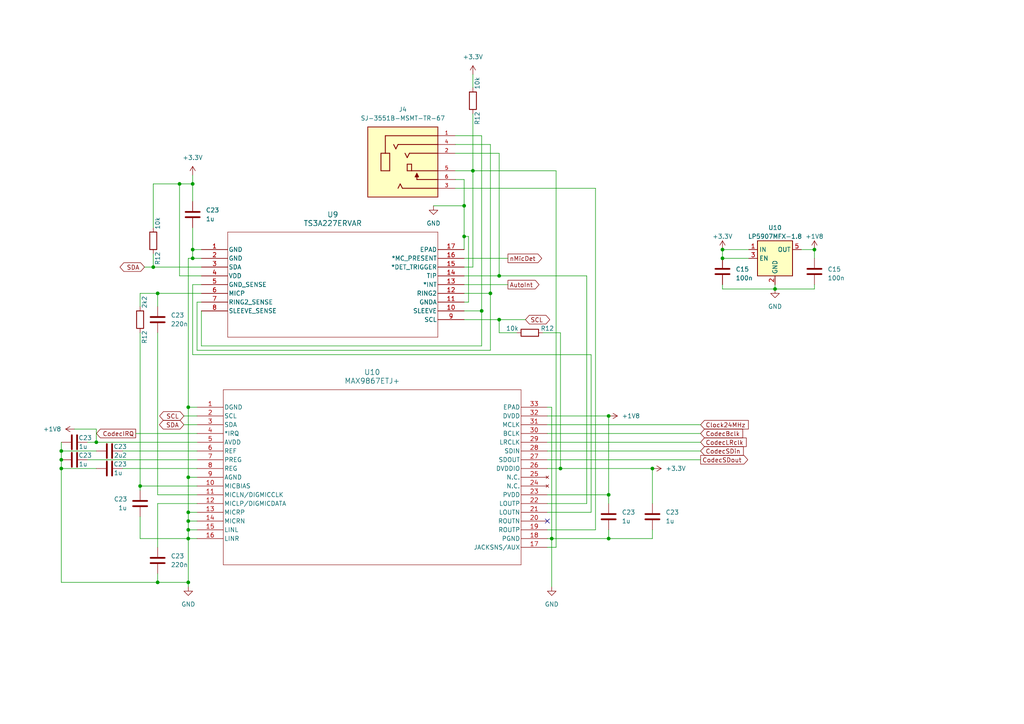
<source format=kicad_sch>
(kicad_sch (version 20230121) (generator eeschema)
  (paper "A4")
  (lib_symbols
    (symbol "Device:C" (pin_numbers hide) (pin_names (offset 0.254))
      (property "Reference" "C" (at 0.635 2.54 0))
      (property "Value" "C" (at 0.635 -2.54 0))
      (symbol "C_0_1"
        (polyline (pts (xy -2.032 -0.762) (xy 2.032 -0.762)) (stroke (width 0.508)))
        (polyline (pts (xy -2.032 0.762) (xy 2.032 0.762)) (stroke (width 0.508)))
      )
      (symbol "C_1_1"
        (pin passive line (at 0 3.81 270) (length 2.794) (name "~") (number "1"))
        (pin passive line (at 0 -3.81 90) (length 2.794) (name "~") (number "2"))
      )
    )
    (symbol "Device:R" (pin_numbers hide) (pin_names (offset 0))
      (property "Reference" "R" (at 2.032 0 90))
      (property "Value" "R" (at 0 0 90))
      (symbol "R_0_1"
        (rectangle (start -1.016 -2.54) (end 1.016 2.54) (stroke (width 0.254)))
      )
      (symbol "R_1_1"
        (pin passive line (at 0 3.81 270) (length 1.27) (name "~") (number "1"))
        (pin passive line (at 0 -3.81 90) (length 1.27) (name "~") (number "2"))
      )
    )
    (symbol "Regulator_Linear:LP5907MFX-1.8"
      (property "Reference" "U" (at -3.81 6.35 0))
      (property "Value" "LP5907MFX-1.8" (at 6.35 6.35 0))
      (symbol "LP5907MFX-1.8_0_1"
        (rectangle (start -5.08 -5.08) (end 5.08 5.08) (stroke (width 0.254)) (fill (type background)))
        (pin power_in line (at -7.62 2.54 0) (length 2.54) (name "IN") (number "1"))
        (pin power_in line (at 0 -7.62 90) (length 2.54) (name "GND") (number "2"))
        (pin input line (at -7.62 0 0) (length 2.54) (name "EN") (number "3"))
        (pin no_connect line (at 5.08 0 180) (length 2.54) hide (name "NC") (number "4"))
        (pin power_out line (at 7.62 2.54 180) (length 2.54) (name "OUT") (number "5"))
      )
    )
    (symbol "cpuAddOn:MAX9867ETJ+" (pin_names (offset 0.254))
      (property "Reference" "U" (at 50.8 10.16 0))
      (property "Value" "MAX9867ETJ+" (at 50.8 7.62 0))
      (symbol "MAX9867ETJ+_0_1"
        (polyline (pts (xy 7.62 -45.72) (xy 93.98 -45.72)) (stroke (width 0.127)))
        (polyline (pts (xy 7.62 5.08) (xy 7.62 -45.72)) (stroke (width 0.127)))
        (polyline (pts (xy 93.98 -45.72) (xy 93.98 5.08)) (stroke (width 0.127)))
        (polyline (pts (xy 93.98 5.08) (xy 7.62 5.08)) (stroke (width 0.127)))
        (pin power_in line (at 0 0 0) (length 7.62) (name "DGND") (number "1"))
        (pin unspecified line (at 0 -22.86 0) (length 7.62) (name "MICBIAS") (number "10"))
        (pin unspecified line (at 0 -25.4 0) (length 7.62) (name "MICLN/DIGMICCLK") (number "11"))
        (pin unspecified line (at 0 -27.94 0) (length 7.62) (name "MICLP/DIGMICDATA") (number "12"))
        (pin input line (at 0 -30.48 0) (length 7.62) (name "MICRP") (number "13"))
        (pin input line (at 0 -33.02 0) (length 7.62) (name "MICRN") (number "14"))
        (pin input line (at 0 -35.56 0) (length 7.62) (name "LINL") (number "15"))
        (pin input line (at 0 -38.1 0) (length 7.62) (name "LINR") (number "16"))
        (pin input line (at 101.6 -40.64 180) (length 7.62) (name "JACKSNS/AUX") (number "17"))
        (pin power_in line (at 101.6 -38.1 180) (length 7.62) (name "PGND") (number "18"))
        (pin output line (at 101.6 -35.56 180) (length 7.62) (name "ROUTP") (number "19"))
        (pin input line (at 0 -2.54 0) (length 7.62) (name "SCL") (number "2"))
        (pin output line (at 101.6 -33.02 180) (length 7.62) (name "ROUTN") (number "20"))
        (pin output line (at 101.6 -30.48 180) (length 7.62) (name "LOUTN") (number "21"))
        (pin output line (at 101.6 -27.94 180) (length 7.62) (name "LOUTP") (number "22"))
        (pin power_in line (at 101.6 -25.4 180) (length 7.62) (name "PVDD") (number "23"))
        (pin no_connect line (at 101.6 -22.86 180) (length 7.62) (name "N.C.") (number "24"))
        (pin no_connect line (at 101.6 -20.32 180) (length 7.62) (name "N.C.") (number "25"))
        (pin power_in line (at 101.6 -17.78 180) (length 7.62) (name "DVDDIO") (number "26"))
        (pin output line (at 101.6 -15.24 180) (length 7.62) (name "SDOUT") (number "27"))
        (pin input line (at 101.6 -12.7 180) (length 7.62) (name "SDIN") (number "28"))
        (pin bidirectional line (at 101.6 -10.16 180) (length 7.62) (name "LRCLK") (number "29"))
        (pin bidirectional line (at 0 -5.08 0) (length 7.62) (name "SDA") (number "3"))
        (pin bidirectional line (at 101.6 -7.62 180) (length 7.62) (name "BCLK") (number "30"))
        (pin input line (at 101.6 -5.08 180) (length 7.62) (name "MCLK") (number "31"))
        (pin power_in line (at 101.6 -2.54 180) (length 7.62) (name "DVDD") (number "32"))
        (pin unspecified line (at 101.6 0 180) (length 7.62) (name "EPAD") (number "33"))
        (pin output line (at 0 -7.62 0) (length 7.62) (name "*IRQ") (number "4"))
        (pin power_in line (at 0 -10.16 0) (length 7.62) (name "AVDD") (number "5"))
        (pin unspecified line (at 0 -12.7 0) (length 7.62) (name "REF") (number "6"))
        (pin unspecified line (at 0 -15.24 0) (length 7.62) (name "PREG") (number "7"))
        (pin unspecified line (at 0 -17.78 0) (length 7.62) (name "REG") (number "8"))
        (pin power_in line (at 0 -20.32 0) (length 7.62) (name "AGND") (number "9"))
      )
    )
    (symbol "cpuAddOn:SJ-3551B-MSMT-TR-67" (pin_names (offset 1.016))
      (property "Reference" "J" (at -10.16 10.795 0))
      (property "Value" "SJ-3551B-MSMT-TR-67" (at -10.16 -12.7 0))
      (symbol "SJ-3551B-MSMT-TR-67_0_0"
        (rectangle (start -10.16 -10.16) (end 10.16 10.16) (stroke (width 0.254)) (fill (type background)))
        (polyline (pts (xy -6.35 -2.54) (xy -3.81 -2.54)) (stroke (width 0.254)))
        (polyline (pts (xy -6.35 2.54) (xy -6.35 -2.54)) (stroke (width 0.254)))
        (polyline (pts (xy -5.08 2.54) (xy -6.35 2.54)) (stroke (width 0.254)))
        (polyline (pts (xy -5.08 2.54) (xy -5.08 7.62)) (stroke (width 0.254)))
        (polyline (pts (xy -5.08 7.62) (xy 10.16 7.62)) (stroke (width 0.254)))
        (polyline (pts (xy -3.81 -2.54) (xy -3.81 2.54)) (stroke (width 0.254)))
        (polyline (pts (xy -3.81 2.54) (xy -5.08 2.54)) (stroke (width 0.254)))
        (polyline (pts (xy -2.667 5.08) (xy -2.032 3.81)) (stroke (width 0.254)))
        (polyline (pts (xy -2.032 3.81) (xy -1.397 5.08)) (stroke (width 0.254)))
        (polyline (pts (xy -1.397 -7.62) (xy -0.762 -6.35)) (stroke (width 0.254)))
        (polyline (pts (xy -1.397 5.08) (xy 10.16 5.08)) (stroke (width 0.254)))
        (polyline (pts (xy -0.762 -6.35) (xy -0.127 -7.62)) (stroke (width 0.254)))
        (polyline (pts (xy -0.127 -7.62) (xy 10.16 -7.62)) (stroke (width 0.254)))
        (polyline (pts (xy 0.635 2.54) (xy 1.27 1.27)) (stroke (width 0.254)))
        (polyline (pts (xy 1.27 -2.54) (xy 1.27 -0.635)) (stroke (width 0.254)))
        (polyline (pts (xy 1.27 -0.635) (xy 2.54 -0.635)) (stroke (width 0.254)))
        (polyline (pts (xy 1.27 1.27) (xy 1.905 2.54)) (stroke (width 0.254)))
        (polyline (pts (xy 1.905 2.54) (xy 10.16 2.54)) (stroke (width 0.254)))
        (polyline (pts (xy 2.54 -2.54) (xy 1.27 -2.54)) (stroke (width 0.254)))
        (polyline (pts (xy 2.54 -0.635) (xy 2.54 -2.54)) (stroke (width 0.254)))
        (polyline (pts (xy 4.064 -5.08) (xy 4.064 -3.556)) (stroke (width 0.254)))
        (polyline (pts (xy 4.064 -5.08) (xy 10.16 -5.08)) (stroke (width 0.254)))
        (polyline (pts (xy 10.16 -2.54) (xy 2.54 -2.54)) (stroke (width 0.254)))
        (polyline (pts (xy 4.064 -3.302) (xy 3.556 -4.318) (xy 4.572 -4.318) (xy 4.064 -3.302)) (stroke (width 0.254)) (fill (type outline)))
        (pin passive line (at 15.24 7.62 180) (length 5.08) (name "~") (number "1"))
        (pin passive line (at 15.24 2.54 180) (length 5.08) (name "~") (number "2"))
        (pin passive line (at 15.24 -7.62 180) (length 5.08) (name "~") (number "3"))
        (pin passive line (at 15.24 5.08 180) (length 5.08) (name "~") (number "4"))
        (pin passive line (at 15.24 -2.54 180) (length 5.08) (name "~") (number "5"))
        (pin passive line (at 15.24 -5.08 180) (length 5.08) (name "~") (number "6"))
      )
    )
    (symbol "cpuAddOn:TS3A227ERVAR" (pin_names (offset 0.254))
      (property "Reference" "U" (at 38.1 10.16 0))
      (property "Value" "TS3A227ERVAR" (at 38.1 7.62 0))
      (symbol "TS3A227ERVAR_0_1"
        (polyline (pts (xy 7.62 -25.4) (xy 68.58 -25.4)) (stroke (width 0.127)))
        (polyline (pts (xy 7.62 5.08) (xy 7.62 -25.4)) (stroke (width 0.127)))
        (polyline (pts (xy 68.58 -25.4) (xy 68.58 5.08)) (stroke (width 0.127)))
        (polyline (pts (xy 68.58 5.08) (xy 7.62 5.08)) (stroke (width 0.127)))
        (pin power_in line (at 0 0 0) (length 7.62) (name "GND") (number "1"))
        (pin output line (at 76.2 -17.78 180) (length 7.62) (name "SLEEVE") (number "10"))
        (pin power_in line (at 76.2 -15.24 180) (length 7.62) (name "GNDA") (number "11"))
        (pin output line (at 76.2 -12.7 180) (length 7.62) (name "RING2") (number "12"))
        (pin output line (at 76.2 -10.16 180) (length 7.62) (name "*INT") (number "13"))
        (pin bidirectional line (at 76.2 -7.62 180) (length 7.62) (name "TIP") (number "14"))
        (pin bidirectional line (at 76.2 -5.08 180) (length 7.62) (name "*DET_TRIGGER") (number "15"))
        (pin bidirectional line (at 76.2 -2.54 180) (length 7.62) (name "*MC_PRESENT") (number "16"))
        (pin unspecified line (at 76.2 0 180) (length 7.62) (name "EPAD") (number "17"))
        (pin power_in line (at 0 -2.54 0) (length 7.62) (name "GND") (number "2"))
        (pin bidirectional line (at 0 -5.08 0) (length 7.62) (name "SDA") (number "3"))
        (pin power_in line (at 0 -7.62 0) (length 7.62) (name "VDD") (number "4"))
        (pin bidirectional line (at 0 -10.16 0) (length 7.62) (name "GND_SENSE") (number "5"))
        (pin bidirectional line (at 0 -12.7 0) (length 7.62) (name "MICP") (number "6"))
        (pin unspecified line (at 0 -15.24 0) (length 7.62) (name "RING2_SENSE") (number "7"))
        (pin unspecified line (at 0 -17.78 0) (length 7.62) (name "SLEEVE_SENSE") (number "8"))
        (pin input line (at 76.2 -20.32 180) (length 7.62) (name "SCL") (number "9"))
      )
    )
    (symbol "power:+1V8" (power) (pin_names (offset 0))
      (property "Value" "+1V8" (at 0 3.556 0))
      (symbol "+1V8_0_1"
        (polyline (pts (xy -0.762 1.27) (xy 0 2.54)))
        (polyline (pts (xy 0 0) (xy 0 2.54)))
        (polyline (pts (xy 0 2.54) (xy 0.762 1.27)))
      )
      (symbol "+1V8_1_1"
        (pin power_in line (at 0 0 90) (length 0) hide (name "+1V8") (number "1"))
      )
    )
    (symbol "power:+3.3V" (power) (pin_names (offset 0))
      (property "Value" "+3.3V" (at 0 3.556 0))
      (symbol "+3.3V_0_1"
        (polyline (pts (xy -0.762 1.27) (xy 0 2.54)))
        (polyline (pts (xy 0 0) (xy 0 2.54)))
        (polyline (pts (xy 0 2.54) (xy 0.762 1.27)))
      )
      (symbol "+3.3V_1_1"
        (pin power_in line (at 0 0 90) (length 0) hide (name "+3.3V") (number "1"))
      )
    )
    (symbol "power:GND" (power) (pin_names (offset 0))
      (property "Value" "GND" (at 0 -3.81 0))
      (symbol "GND_0_1"
        (polyline (pts (xy 0 0) (xy 0 -1.27) (xy 1.27 -1.27) (xy 0 -2.54) (xy -1.27 -1.27) (xy 0 -1.27)))
      )
      (symbol "GND_1_1"
        (pin power_in line (at 0 0 270) (length 0) hide (name "GND") (number "1"))
      )
    )
  )
  (junction (at 44.45 77.47))
  (junction (at 54.61 153.67))
  (junction (at 45.72 168.91))
  (junction (at 209.55 74.93))
  (junction (at 162.56 135.89))
  (junction (at 54.61 118.11))
  (junction (at 224.79 83.82))
  (junction (at 134.62 59.69))
  (junction (at 17.78 130.81))
  (junction (at 176.53 143.51))
  (junction (at 54.61 138.43))
  (junction (at 17.78 135.89))
  (junction (at 160.02 156.21))
  (junction (at 236.22 72.39))
  (junction (at 137.16 49.53))
  (junction (at 52.07 53.34))
  (junction (at 176.53 156.21))
  (junction (at 54.61 168.91))
  (junction (at 54.61 156.21))
  (junction (at 27.94 128.27))
  (junction (at 189.23 135.89))
  (junction (at 144.78 92.71))
  (junction (at 54.61 148.59))
  (junction (at 45.72 85.09))
  (junction (at 142.24 85.09))
  (junction (at 139.7 90.17))
  (junction (at 55.88 53.34))
  (junction (at 54.61 151.13))
  (junction (at 134.62 68.58))
  (junction (at 176.53 120.65))
  (junction (at 144.78 80.01))
  (junction (at 55.88 74.93))
  (junction (at 17.78 133.35))
  (junction (at 55.88 72.39))
  (junction (at 40.64 140.97))
  (junction (at 209.55 72.39))
  (no_connect (at 158.75 151.13))
  (wire (pts (xy 132.08 49.53) (xy 137.16 49.53)))
  (wire (pts (xy 54.61 156.21) (xy 54.61 168.91)))
  (wire (pts (xy 40.64 156.21) (xy 54.61 156.21)))
  (wire (pts (xy 40.64 149.86) (xy 40.64 156.21)))
  (wire (pts (xy 55.88 102.87) (xy 171.45 102.87)))
  (wire (pts (xy 158.75 143.51) (xy 176.53 143.51)))
  (wire (pts (xy 17.78 135.89) (xy 17.78 168.91)))
  (wire (pts (xy 142.24 101.6) (xy 142.24 85.09)))
  (wire (pts (xy 35.56 135.89) (xy 57.15 135.89)))
  (wire (pts (xy 144.78 44.45) (xy 144.78 80.01)))
  (wire (pts (xy 57.15 140.97) (xy 40.64 140.97)))
  (wire (pts (xy 137.16 21.59) (xy 137.16 25.4)))
  (wire (pts (xy 54.61 168.91) (xy 54.61 170.18)))
  (wire (pts (xy 139.7 39.37) (xy 139.7 90.17)))
  (wire (pts (xy 176.53 153.67) (xy 176.53 156.21)))
  (wire (pts (xy 139.7 100.33) (xy 139.7 90.17)))
  (wire (pts (xy 149.86 96.52) (xy 144.78 96.52)))
  (wire (pts (xy 27.94 124.46) (xy 27.94 128.27)))
  (wire (pts (xy 54.61 138.43) (xy 54.61 148.59)))
  (wire (pts (xy 40.64 96.52) (xy 40.64 140.97)))
  (wire (pts (xy 162.56 135.89) (xy 189.23 135.89)))
  (wire (pts (xy 132.08 44.45) (xy 144.78 44.45)))
  (wire (pts (xy 52.07 53.34) (xy 55.88 53.34)))
  (wire (pts (xy 144.78 96.52) (xy 144.78 92.71)))
  (wire (pts (xy 134.62 52.07) (xy 134.62 59.69)))
  (wire (pts (xy 158.75 133.35) (xy 203.2 133.35)))
  (wire (pts (xy 54.61 151.13) (xy 54.61 153.67)))
  (wire (pts (xy 134.62 74.93) (xy 147.32 74.93)))
  (wire (pts (xy 55.88 72.39) (xy 55.88 74.93)))
  (wire (pts (xy 189.23 153.67) (xy 189.23 156.21)))
  (wire (pts (xy 54.61 148.59) (xy 57.15 148.59)))
  (wire (pts (xy 17.78 135.89) (xy 27.94 135.89)))
  (wire (pts (xy 172.72 54.61) (xy 132.08 54.61)))
  (wire (pts (xy 139.7 90.17) (xy 134.62 90.17)))
  (wire (pts (xy 158.75 125.73) (xy 203.2 125.73)))
  (wire (pts (xy 224.79 83.82) (xy 236.22 83.82)))
  (wire (pts (xy 158.75 118.11) (xy 160.02 118.11)))
  (wire (pts (xy 54.61 148.59) (xy 54.61 151.13)))
  (wire (pts (xy 54.61 153.67) (xy 57.15 153.67)))
  (wire (pts (xy 58.42 87.63) (xy 57.15 87.63)))
  (wire (pts (xy 44.45 53.34) (xy 52.07 53.34)))
  (wire (pts (xy 45.72 85.09) (xy 58.42 85.09)))
  (wire (pts (xy 142.24 85.09) (xy 134.62 85.09)))
  (wire (pts (xy 158.75 128.27) (xy 203.2 128.27)))
  (wire (pts (xy 137.16 77.47) (xy 134.62 77.47)))
  (wire (pts (xy 171.45 148.59) (xy 158.75 148.59)))
  (wire (pts (xy 176.53 143.51) (xy 176.53 146.05)))
  (wire (pts (xy 58.42 80.01) (xy 52.07 80.01)))
  (wire (pts (xy 134.62 72.39) (xy 134.62 68.58)))
  (wire (pts (xy 53.34 120.65) (xy 57.15 120.65)))
  (wire (pts (xy 137.16 33.02) (xy 137.16 49.53)))
  (wire (pts (xy 135.89 87.63) (xy 135.89 68.58)))
  (wire (pts (xy 135.89 68.58) (xy 134.62 68.58)))
  (wire (pts (xy 209.55 83.82) (xy 224.79 83.82)))
  (wire (pts (xy 134.62 92.71) (xy 144.78 92.71)))
  (wire (pts (xy 57.15 87.63) (xy 57.15 101.6)))
  (wire (pts (xy 158.75 130.81) (xy 203.2 130.81)))
  (wire (pts (xy 158.75 153.67) (xy 172.72 153.67)))
  (wire (pts (xy 158.75 156.21) (xy 160.02 156.21)))
  (wire (pts (xy 57.15 143.51) (xy 45.72 143.51)))
  (wire (pts (xy 44.45 73.66) (xy 44.45 77.47)))
  (wire (pts (xy 54.61 118.11) (xy 57.15 118.11)))
  (wire (pts (xy 54.61 118.11) (xy 54.61 138.43)))
  (wire (pts (xy 160.02 118.11) (xy 160.02 156.21)))
  (wire (pts (xy 25.4 128.27) (xy 27.94 128.27)))
  (wire (pts (xy 170.18 80.01) (xy 144.78 80.01)))
  (wire (pts (xy 40.64 140.97) (xy 40.64 142.24)))
  (wire (pts (xy 209.55 72.39) (xy 209.55 74.93)))
  (wire (pts (xy 55.88 50.8) (xy 55.88 53.34)))
  (wire (pts (xy 217.17 72.39) (xy 209.55 72.39)))
  (wire (pts (xy 55.88 66.04) (xy 55.88 72.39)))
  (wire (pts (xy 54.61 151.13) (xy 57.15 151.13)))
  (wire (pts (xy 17.78 130.81) (xy 17.78 133.35)))
  (wire (pts (xy 17.78 168.91) (xy 45.72 168.91)))
  (wire (pts (xy 27.94 130.81) (xy 17.78 130.81)))
  (wire (pts (xy 44.45 66.04) (xy 44.45 53.34)))
  (wire (pts (xy 209.55 82.55) (xy 209.55 83.82)))
  (wire (pts (xy 161.29 158.75) (xy 161.29 49.53)))
  (wire (pts (xy 45.72 168.91) (xy 54.61 168.91)))
  (wire (pts (xy 53.34 123.19) (xy 57.15 123.19)))
  (wire (pts (xy 161.29 49.53) (xy 137.16 49.53)))
  (wire (pts (xy 189.23 135.89) (xy 189.23 146.05)))
  (wire (pts (xy 158.75 135.89) (xy 162.56 135.89)))
  (wire (pts (xy 45.72 158.75) (xy 45.72 146.05)))
  (wire (pts (xy 171.45 102.87) (xy 171.45 148.59)))
  (wire (pts (xy 158.75 120.65) (xy 176.53 120.65)))
  (wire (pts (xy 132.08 52.07) (xy 134.62 52.07)))
  (wire (pts (xy 17.78 133.35) (xy 17.78 135.89)))
  (wire (pts (xy 134.62 68.58) (xy 134.62 59.69)))
  (wire (pts (xy 55.88 82.55) (xy 55.88 102.87)))
  (wire (pts (xy 54.61 156.21) (xy 57.15 156.21)))
  (wire (pts (xy 170.18 146.05) (xy 170.18 80.01)))
  (wire (pts (xy 236.22 74.93) (xy 236.22 72.39)))
  (wire (pts (xy 176.53 120.65) (xy 176.53 143.51)))
  (wire (pts (xy 172.72 153.67) (xy 172.72 54.61)))
  (wire (pts (xy 54.61 74.93) (xy 55.88 74.93)))
  (wire (pts (xy 39.37 125.73) (xy 57.15 125.73)))
  (wire (pts (xy 45.72 146.05) (xy 57.15 146.05)))
  (wire (pts (xy 132.08 39.37) (xy 139.7 39.37)))
  (wire (pts (xy 58.42 90.17) (xy 58.42 100.33)))
  (wire (pts (xy 189.23 156.21) (xy 176.53 156.21)))
  (wire (pts (xy 21.59 124.46) (xy 27.94 124.46)))
  (wire (pts (xy 27.94 128.27) (xy 57.15 128.27)))
  (wire (pts (xy 54.61 153.67) (xy 54.61 156.21)))
  (wire (pts (xy 58.42 82.55) (xy 55.88 82.55)))
  (wire (pts (xy 158.75 146.05) (xy 170.18 146.05)))
  (wire (pts (xy 45.72 88.9) (xy 45.72 85.09)))
  (wire (pts (xy 41.91 77.47) (xy 44.45 77.47)))
  (wire (pts (xy 162.56 96.52) (xy 162.56 135.89)))
  (wire (pts (xy 158.75 158.75) (xy 161.29 158.75)))
  (wire (pts (xy 144.78 80.01) (xy 134.62 80.01)))
  (wire (pts (xy 58.42 72.39) (xy 55.88 72.39)))
  (wire (pts (xy 158.75 123.19) (xy 203.2 123.19)))
  (wire (pts (xy 57.15 101.6) (xy 142.24 101.6)))
  (wire (pts (xy 52.07 80.01) (xy 52.07 53.34)))
  (wire (pts (xy 54.61 138.43) (xy 57.15 138.43)))
  (wire (pts (xy 25.4 133.35) (xy 57.15 133.35)))
  (wire (pts (xy 55.88 74.93) (xy 58.42 74.93)))
  (wire (pts (xy 224.79 82.55) (xy 224.79 83.82)))
  (wire (pts (xy 160.02 156.21) (xy 160.02 170.18)))
  (wire (pts (xy 132.08 41.91) (xy 142.24 41.91)))
  (wire (pts (xy 134.62 82.55) (xy 147.32 82.55)))
  (wire (pts (xy 144.78 92.71) (xy 152.4 92.71)))
  (wire (pts (xy 137.16 49.53) (xy 137.16 77.47)))
  (wire (pts (xy 40.64 88.9) (xy 40.64 85.09)))
  (wire (pts (xy 209.55 74.93) (xy 217.17 74.93)))
  (wire (pts (xy 54.61 74.93) (xy 54.61 118.11)))
  (wire (pts (xy 44.45 77.47) (xy 58.42 77.47)))
  (wire (pts (xy 236.22 83.82) (xy 236.22 82.55)))
  (wire (pts (xy 125.73 59.69) (xy 134.62 59.69)))
  (wire (pts (xy 35.56 130.81) (xy 57.15 130.81)))
  (wire (pts (xy 45.72 143.51) (xy 45.72 96.52)))
  (wire (pts (xy 58.42 100.33) (xy 139.7 100.33)))
  (wire (pts (xy 45.72 166.37) (xy 45.72 168.91)))
  (wire (pts (xy 17.78 128.27) (xy 17.78 130.81)))
  (wire (pts (xy 236.22 72.39) (xy 232.41 72.39)))
  (wire (pts (xy 134.62 87.63) (xy 135.89 87.63)))
  (wire (pts (xy 157.48 96.52) (xy 162.56 96.52)))
  (wire (pts (xy 55.88 53.34) (xy 55.88 58.42)))
  (wire (pts (xy 142.24 41.91) (xy 142.24 85.09)))
  (wire (pts (xy 40.64 85.09) (xy 45.72 85.09)))
  (wire (pts (xy 176.53 156.21) (xy 160.02 156.21)))
  (global_label "SDA" (shape bidirectional) (at 41.91 77.47 180) (property "Intersheetrefs" "${INTERSHEET_REFS}" (effects hide)))
  (global_label "CodecSDin" (shape input) (at 203.2 130.81 0) (property "Intersheetrefs" "${INTERSHEET_REFS}" (effects hide)))
  (global_label "SDA" (shape bidirectional) (at 53.34 123.19 180) (property "Intersheetrefs" "${INTERSHEET_REFS}" (effects hide)))
  (global_label "CodecSDout" (shape output) (at 203.2 133.35 0) (property "Intersheetrefs" "${INTERSHEET_REFS}" (effects hide)))
  (global_label "nMicDet" (shape output) (at 147.32 74.93 0) (property "Intersheetrefs" "${INTERSHEET_REFS}" (effects hide)))
  (global_label "AutoInt" (shape output) (at 147.32 82.55 0) (property "Intersheetrefs" "${INTERSHEET_REFS}" (effects hide)))
  (global_label "CodecLRclk" (shape input) (at 203.2 128.27 0) (property "Intersheetrefs" "${INTERSHEET_REFS}" (effects hide)))
  (global_label "CodecBclk" (shape input) (at 203.2 125.73 0) (property "Intersheetrefs" "${INTERSHEET_REFS}" (effects hide)))
  (global_label "SCL" (shape bidirectional) (at 53.34 120.65 180) (property "Intersheetrefs" "${INTERSHEET_REFS}" (effects hide)))
  (global_label "SCL" (shape bidirectional) (at 152.4 92.71 0) (property "Intersheetrefs" "${INTERSHEET_REFS}" (effects hide)))
  (global_label "CodecIRQ" (shape output) (at 39.37 125.73 180) (property "Intersheetrefs" "${INTERSHEET_REFS}" (effects hide)))
  (global_label "Clock24MHz" (shape input) (at 203.2 123.19 0) (property "Intersheetrefs" "${INTERSHEET_REFS}" (effects hide)))
  (symbol (lib_id "Device:R") (at 40.64 92.71 0) (unit 1)
    (property "Reference" "R12" (at 41.91 97.79 90))
    (property "Value" "2k2" (at 41.91 87.63 90))
    (property "Footprint" "Resistor_SMD:R_0402_1005Metric" (effects hide))
    (instances (project "cpuAddOn" (path "" (reference "R12") (unit 1)) (path "" (reference "R18") (unit 1)) (path "" (reference "R26") (unit 1)) (path "" (reference "R29") (unit 1))))
  )
  (symbol (lib_id "Regulator_Linear:LP5907MFX-1.8") (at 224.79 74.93 0) (unit 1)
    (property "Reference" "U10" (at 224.79 66.04 0))
    (property "Value" "LP5907MFX-1.8" (at 224.79 68.58 0))
    (property "Footprint" "Package_TO_SOT_SMD:SOT-23-5" (effects hide))
    (property "Datasheet" "http://www.ti.com/lit/ds/symlink/lp5907.pdf" (effects hide))
    (instances (project "gecko5education" (path "" (reference "U10") (unit 1))) (project "cpuAddOn" (path "" (reference "U11") (unit 1))))
  )
  (symbol (lib_id "Device:R") (at 44.45 69.85 0) (unit 1)
    (property "Reference" "R12" (at 45.72 74.93 90))
    (property "Value" "10k" (at 45.72 64.77 90))
    (property "Footprint" "Resistor_SMD:R_0402_1005Metric" (effects hide))
    (instances (project "cpuAddOn" (path "" (reference "R12") (unit 1)) (path "" (reference "R18") (unit 1)) (path "" (reference "R26") (unit 1)) (path "" (reference "R30") (unit 1))))
  )
  (symbol (lib_id "power:GND") (at 125.73 59.69 0) (unit 1)
    (property "Reference" "#PWR075" (effects hide))
    (property "Value" "GND" (at 125.73 64.77 0))
  )
  (symbol (lib_id "power:+1V8") (at 236.22 72.39 0) (unit 1)
    (property "Reference" "#PWR042" (effects hide))
    (property "Value" "+1V8" (at 236.22 68.58 0))
    (instances (project "gecko5education" (path "" (reference "#PWR042") (unit 1))) (project "cpuAddOn" (path "" (reference "#PWR083") (unit 1))))
  )
  (symbol (lib_id "Device:C") (at 176.53 149.86 0) (unit 1)
    (property "Reference" "C23" (at 180.34 148.59 0) (effects (justify left)))
    (property "Value" "1u" (at 180.34 151.13 0) (effects (justify left)))
    (property "Footprint" "Capacitor_SMD:C_0402_1005Metric" (effects hide))
    (instances (project "gecko5education" (path "" (reference "C23") (unit 1))) (project "cpuAddOn" (path "" (reference "C8") (unit 1)) (path "" (reference "C18") (unit 1)) (path "" (reference "C21") (unit 1)) (path "" (reference "C24") (unit 1))))
  )
  (symbol (lib_id "Device:R") (at 137.16 29.21 0) (unit 1)
    (property "Reference" "R12" (at 138.43 34.29 90))
    (property "Value" "10k" (at 138.43 24.13 90))
    (property "Footprint" "Resistor_SMD:R_0402_1005Metric" (effects hide))
    (instances (project "cpuAddOn" (path "" (reference "R12") (unit 1)) (path "" (reference "R18") (unit 1)) (path "" (reference "R26") (unit 1)) (path "" (reference "R28") (unit 1))))
  )
  (symbol (lib_id "cpuAddOn:MAX9867ETJ+") (at 57.15 118.11 0) (unit 1)
    (property "Reference" "U10" (at 107.95 107.95 0) (effects (font (size 1.524 1.524))))
    (property "Value" "MAX9867ETJ+" (at 107.95 110.49 0) (effects (font (size 1.524 1.524))))
    (property "Footprint" "cpuAddOn:21-0140L_T3255-4_MXM" (effects hide))
    (property "Datasheet" "MAX9867ETJ+" (effects hide))
  )
  (symbol (lib_id "Device:C") (at 21.59 133.35 270) (unit 1)
    (property "Reference" "C23" (at 26.67 132.08 90) (effects (justify right)))
    (property "Value" "1u" (at 25.4 134.62 90) (effects (justify right)))
    (property "Footprint" "Capacitor_SMD:C_0402_1005Metric" (effects hide))
    (instances (project "gecko5education" (path "" (reference "C23") (unit 1))) (project "cpuAddOn" (path "" (reference "C8") (unit 1)) (path "" (reference "C18") (unit 1)) (path "" (reference "C21") (unit 1)) (path "" (reference "C30") (unit 1))))
  )
  (symbol (lib_id "Device:C") (at 31.75 130.81 270) (unit 1)
    (property "Reference" "C23" (at 36.83 129.54 90) (effects (justify right)))
    (property "Value" "2u2" (at 36.83 132.08 90) (effects (justify right)))
    (property "Footprint" "Capacitor_SMD:C_0402_1005Metric" (effects hide))
    (instances (project "gecko5education" (path "" (reference "C23") (unit 1))) (project "cpuAddOn" (path "" (reference "C8") (unit 1)) (path "" (reference "C18") (unit 1)) (path "" (reference "C21") (unit 1)) (path "" (reference "C31") (unit 1))))
  )
  (symbol (lib_id "Device:C") (at 31.75 135.89 270) (unit 1)
    (property "Reference" "C23" (at 36.83 134.62 90) (effects (justify right)))
    (property "Value" "1u" (at 35.56 137.16 90) (effects (justify right)))
    (property "Footprint" "Capacitor_SMD:C_0402_1005Metric" (effects hide))
    (instances (project "gecko5education" (path "" (reference "C23") (unit 1))) (project "cpuAddOn" (path "" (reference "C8") (unit 1)) (path "" (reference "C18") (unit 1)) (path "" (reference "C21") (unit 1)) (path "" (reference "C29") (unit 1))))
  )
  (symbol (lib_id "Device:C") (at 21.59 128.27 270) (unit 1)
    (property "Reference" "C23" (at 26.67 127 90) (effects (justify right)))
    (property "Value" "1u" (at 25.4 129.54 90) (effects (justify right)))
    (property "Footprint" "Capacitor_SMD:C_0402_1005Metric" (effects hide))
    (instances (project "gecko5education" (path "" (reference "C23") (unit 1))) (project "cpuAddOn" (path "" (reference "C8") (unit 1)) (path "" (reference "C18") (unit 1)) (path "" (reference "C21") (unit 1)) (path "" (reference "C32") (unit 1))))
  )
  (symbol (lib_id "power:GND") (at 224.79 83.82 0) (unit 1)
    (property "Reference" "#PWR045" (effects hide))
    (property "Value" "GND" (at 224.79 88.9 0))
    (instances (project "gecko5education" (path "" (reference "#PWR045") (unit 1))) (project "cpuAddOn" (path "" (reference "#PWR082") (unit 1))))
  )
  (symbol (lib_id "Device:C") (at 189.23 149.86 0) (unit 1)
    (property "Reference" "C23" (at 193.04 148.59 0) (effects (justify left)))
    (property "Value" "1u" (at 193.04 151.13 0) (effects (justify left)))
    (property "Footprint" "Capacitor_SMD:C_0402_1005Metric" (effects hide))
    (instances (project "gecko5education" (path "" (reference "C23") (unit 1))) (project "cpuAddOn" (path "" (reference "C8") (unit 1)) (path "" (reference "C18") (unit 1)) (path "" (reference "C21") (unit 1)) (path "" (reference "C25") (unit 1))))
  )
  (symbol (lib_id "power:GND") (at 160.02 170.18 0) (unit 1)
    (property "Reference" "#PWR077" (effects hide))
    (property "Value" "GND" (at 160.02 175.26 0))
  )
  (symbol (lib_id "Device:C") (at 236.22 78.74 0) (unit 1)
    (property "Reference" "C15" (at 240.03 78.105 0) (effects (justify left)))
    (property "Value" "100n" (at 240.03 80.645 0) (effects (justify left)))
    (property "Footprint" "Capacitor_SMD:C_0402_1005Metric" (effects hide))
    (instances (project "gecko5education" (path "" (reference "C15") (unit 1)) (path "" (reference "C18") (unit 1))) (project "cpuAddOn" (path "" (reference "C34") (unit 1))))
  )
  (symbol (lib_id "Device:C") (at 45.72 162.56 0) (unit 1)
    (property "Reference" "C23" (at 49.53 161.29 0) (effects (justify left)))
    (property "Value" "220n" (at 49.53 163.83 0) (effects (justify left)))
    (property "Footprint" "Capacitor_SMD:C_0402_1005Metric" (effects hide))
    (instances (project "gecko5education" (path "" (reference "C23") (unit 1))) (project "cpuAddOn" (path "" (reference "C8") (unit 1)) (path "" (reference "C18") (unit 1)) (path "" (reference "C21") (unit 1)) (path "" (reference "C28") (unit 1))))
  )
  (symbol (lib_id "power:+3.3V") (at 137.16 21.59 0) (unit 1)
    (property "Reference" "#PWR055" (effects hide))
    (property "Value" "+3.3V" (at 137.16 16.51 0))
    (instances (project "gecko5education" (path "" (reference "#PWR055") (unit 1))) (project "cpuAddOn" (path "" (reference "#PWR066") (unit 1)) (path "" (reference "#PWR076") (unit 1))))
  )
  (symbol (lib_id "power:GND") (at 54.61 170.18 0) (unit 1)
    (property "Reference" "#PWR073" (effects hide))
    (property "Value" "GND" (at 54.61 175.26 0))
  )
  (symbol (lib_id "Device:C") (at 40.64 146.05 180) (unit 1)
    (property "Reference" "C23" (at 33.02 144.78 0) (effects (justify right)))
    (property "Value" "1u" (at 34.29 147.32 0) (effects (justify right)))
    (property "Footprint" "Capacitor_SMD:C_0402_1005Metric" (effects hide))
    (instances (project "gecko5education" (path "" (reference "C23") (unit 1))) (project "cpuAddOn" (path "" (reference "C8") (unit 1)) (path "" (reference "C18") (unit 1)) (path "" (reference "C21") (unit 1)) (path "" (reference "C26") (unit 1))))
  )
  (symbol (lib_id "Device:C") (at 209.55 78.74 0) (unit 1)
    (property "Reference" "C15" (at 213.36 78.105 0) (effects (justify left)))
    (property "Value" "100n" (at 213.36 80.645 0) (effects (justify left)))
    (property "Footprint" "Capacitor_SMD:C_0402_1005Metric" (effects hide))
    (instances (project "gecko5education" (path "" (reference "C15") (unit 1)) (path "" (reference "C17") (unit 1))) (project "cpuAddOn" (path "" (reference "C33") (unit 1))))
  )
  (symbol (lib_id "Device:C") (at 45.72 92.71 0) (unit 1)
    (property "Reference" "C23" (at 49.53 91.44 0) (effects (justify left)))
    (property "Value" "220n" (at 49.53 93.98 0) (effects (justify left)))
    (property "Footprint" "Capacitor_SMD:C_0402_1005Metric" (effects hide))
    (instances (project "gecko5education" (path "" (reference "C23") (unit 1))) (project "cpuAddOn" (path "" (reference "C8") (unit 1)) (path "" (reference "C18") (unit 1)) (path "" (reference "C21") (unit 1)) (path "" (reference "C27") (unit 1))))
  )
  (symbol (lib_id "power:+3.3V") (at 209.55 72.39 0) (unit 1)
    (property "Reference" "#PWR040" (effects hide))
    (property "Value" "+3.3V" (at 209.55 68.58 0))
    (instances (project "gecko5education" (path "" (reference "#PWR040") (unit 1))) (project "cpuAddOn" (path "" (reference "#PWR081") (unit 1))))
  )
  (symbol (lib_id "cpuAddOn:TS3A227ERVAR") (at 58.42 72.39 0) (unit 1)
    (property "Reference" "U9" (at 96.52 62.23 0) (effects (font (size 1.524 1.524))))
    (property "Value" "TS3A227ERVAR" (at 96.52 64.77 0) (effects (font (size 1.524 1.524))))
    (property "Footprint" "cpuAddOn:RVA16_2P14X2P14_TEX" (effects hide))
    (property "Datasheet" "TS3A227ERVAR" (effects hide))
  )
  (symbol (lib_id "power:+3.3V") (at 55.88 50.8 0) (unit 1)
    (property "Reference" "#PWR074" (effects hide))
    (property "Value" "+3.3V" (at 55.88 45.72 0))
  )
  (symbol (lib_id "power:+3.3V") (at 189.23 135.89 270) (unit 1)
    (property "Reference" "#PWR078" (effects hide))
    (property "Value" "+3.3V" (at 193.04 135.89 90) (effects (justify left)))
  )
  (symbol (lib_id "power:+1V8") (at 176.53 120.65 270) (unit 1)
    (property "Reference" "#PWR079" (effects hide))
    (property "Value" "+1V8" (at 180.34 120.65 90) (effects (justify left)))
  )
  (symbol (lib_id "power:+1V8") (at 21.59 124.46 90) (unit 1)
    (property "Reference" "#PWR080" (effects hide))
    (property "Value" "+1V8" (at 17.78 124.46 90) (effects (justify left)))
  )
  (symbol (lib_id "Device:R") (at 153.67 96.52 90) (unit 1)
    (property "Reference" "R12" (at 158.75 95.25 90))
    (property "Value" "10k" (at 148.59 95.25 90))
    (property "Footprint" "Resistor_SMD:R_0402_1005Metric" (effects hide))
    (instances (project "cpuAddOn" (path "" (reference "R12") (unit 1)) (path "" (reference "R18") (unit 1)) (path "" (reference "R26") (unit 1)) (path "" (reference "R31") (unit 1))))
  )
  (symbol (lib_id "cpuAddOn:SJ-3551B-MSMT-TR-67") (at 116.84 46.99 0) (unit 1)
    (property "Reference" "J4" (at 116.84 31.75 0))
    (property "Value" "SJ-3551B-MSMT-TR-67" (at 116.84 34.29 0))
    (property "Footprint" "cpuAddOn:CUI_SJ-3551B-MSMT-TR-67" (effects hide))
    (property "PARTREV" "1.02" (effects hide))
    (property "STANDARD" "Manufacturer Recommendations" (effects hide))
    (property "MAXIMUM_PACKAGE_HEIGHT" "3.2 mm" (effects hide))
    (property "MANUFACTURER" "CUI Devices" (effects hide))
  )
  (symbol (lib_id "Device:C") (at 55.88 62.23 0) (unit 1)
    (property "Reference" "C23" (at 59.69 60.96 0) (effects (justify left)))
    (property "Value" "1u" (at 59.69 63.5 0) (effects (justify left)))
    (property "Footprint" "Capacitor_SMD:C_0402_1005Metric" (effects hide))
    (instances (project "gecko5education" (path "" (reference "C23") (unit 1))) (project "cpuAddOn" (path "" (reference "C8") (unit 1)) (path "" (reference "C18") (unit 1)) (path "" (reference "C21") (unit 1)) (path "" (reference "C23") (unit 1))))
  )
)
</source>
